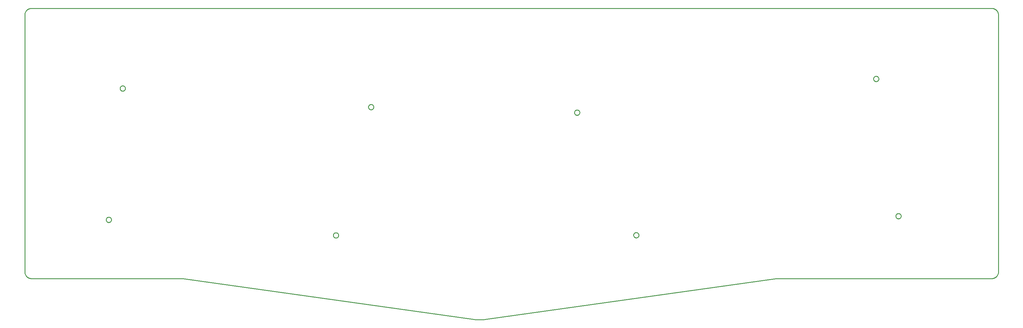
<source format=gbr>
%TF.GenerationSoftware,KiCad,Pcbnew,(5.99.0-9176-ga1730d51ff)*%
%TF.CreationDate,2021-11-18T22:53:36-06:00*%
%TF.ProjectId,Base,42617365-2e6b-4696-9361-645f70636258,rev?*%
%TF.SameCoordinates,Original*%
%TF.FileFunction,Profile,NP*%
%FSLAX46Y46*%
G04 Gerber Fmt 4.6, Leading zero omitted, Abs format (unit mm)*
G04 Created by KiCad (PCBNEW (5.99.0-9176-ga1730d51ff)) date 2021-11-18 22:53:36*
%MOMM*%
%LPD*%
G01*
G04 APERTURE LIST*
%TA.AperFunction,Profile*%
%ADD10C,0.264583*%
%TD*%
G04 APERTURE END LIST*
D10*
X243454851Y-91384787D02*
X243403221Y-91389817D01*
X242789158Y-91829253D02*
X242778065Y-91852690D01*
X106222961Y-84167840D02*
X106222961Y-84167840D01*
X102341540Y-124387791D02*
X102320110Y-124340550D01*
X101706063Y-125489249D02*
X101757354Y-125480865D01*
X242903919Y-91657046D02*
X242887143Y-91676915D01*
X100813477Y-124563052D02*
X100809584Y-124589109D01*
X100845362Y-124436405D02*
X100837364Y-124461189D01*
X101157106Y-124029929D02*
X101135318Y-124045063D01*
X262221100Y-129361901D02*
X262219370Y-129308552D01*
X78172226Y-60570000D02*
X194500000Y-60570000D01*
X76195272Y-62265393D02*
X76212860Y-62166905D01*
X105050290Y-84652384D02*
X105043902Y-84677731D01*
X105822740Y-84060540D02*
X105770943Y-84062217D01*
X102048137Y-124029929D02*
X102002838Y-124001702D01*
X100863716Y-124387783D02*
X100854149Y-124411930D01*
X261317626Y-128567857D02*
X261266336Y-128576239D01*
X244295834Y-92316013D02*
X244299728Y-92289958D01*
X101202407Y-124001702D02*
X101179472Y-124015470D01*
X102320122Y-125049807D02*
X102331216Y-125026370D01*
X340135172Y-123897711D02*
X340156605Y-123944953D01*
X106618855Y-84941132D02*
X106621033Y-84914695D01*
X244109392Y-92710722D02*
X244126170Y-92690853D01*
X76329398Y-61791486D02*
X76369449Y-61702894D01*
X244245572Y-91876499D02*
X244224142Y-91829258D01*
X169726221Y-129041977D02*
X169714381Y-129065032D01*
X370570861Y-61155816D02*
X370639248Y-61227679D01*
X340254583Y-123083364D02*
X340238479Y-123103743D01*
X169653018Y-129236099D02*
X169647451Y-129261701D01*
X333324616Y-81825778D02*
X333320723Y-81851835D01*
X243251057Y-92942743D02*
X243301170Y-92957835D01*
X341459397Y-124136512D02*
X341476838Y-124117171D01*
X106458345Y-84374710D02*
X106425463Y-84334462D01*
X244073859Y-92748856D02*
X244091952Y-92730062D01*
X171160459Y-129750857D02*
X171170794Y-129727056D01*
X333646469Y-81307789D02*
X333625270Y-81323578D01*
X181883390Y-90458815D02*
X181878168Y-90406114D01*
X244199722Y-91783547D02*
X244172397Y-91739511D01*
X341646569Y-123381431D02*
X341631369Y-123331571D01*
X214777211Y-155002003D02*
X214359118Y-155023899D01*
X242871061Y-92670471D02*
X242903942Y-92710720D01*
X181881214Y-90591980D02*
X181883392Y-90565544D01*
X181687838Y-91038999D02*
X181704615Y-91019131D01*
X171180361Y-129702909D02*
X171189149Y-129678435D01*
X170226385Y-130193614D02*
X170277170Y-130205352D01*
X244306671Y-92183923D02*
X244306671Y-92183923D01*
X333341305Y-81748989D02*
X333334918Y-81774337D01*
X369156646Y-60570000D02*
X369156646Y-60570000D01*
X341319626Y-124255579D02*
X341341415Y-124240446D01*
X105293688Y-85462160D02*
X105334274Y-85495630D01*
X369922016Y-60722249D02*
X370011216Y-60761773D01*
X333668257Y-81292655D02*
X333646469Y-81307789D01*
X106175899Y-85579921D02*
X106222976Y-85554772D01*
X169631881Y-129419640D02*
X169633608Y-129472995D01*
X181573604Y-89877830D02*
X181530620Y-89846910D01*
X340084913Y-123458204D02*
X340081018Y-123484260D01*
X180596633Y-91146479D02*
X180639619Y-91177398D01*
X76212871Y-140922313D02*
X76195281Y-140823825D01*
X262160003Y-129669301D02*
X262169570Y-129645154D01*
X333760667Y-82676509D02*
X333808923Y-82698304D01*
X334514007Y-82651360D02*
X334536944Y-82637595D01*
X100830177Y-124904064D02*
X100845376Y-124953928D01*
X77484568Y-142397862D02*
X77393746Y-142362052D01*
X262040583Y-129868878D02*
X262056686Y-129848499D01*
X334680963Y-81392929D02*
X334642859Y-81357051D01*
X243018132Y-91549561D02*
X242997536Y-91565988D01*
X76569555Y-61373345D02*
X76628928Y-61297791D01*
X76413631Y-141472554D02*
X76369463Y-141386319D01*
X102238221Y-124208587D02*
X102205340Y-124168339D01*
X106268276Y-85526550D02*
X106290062Y-85511418D01*
X244255156Y-92467131D02*
X244263945Y-92442656D01*
X341129694Y-122831474D02*
X341079584Y-122816382D01*
X106351844Y-85462160D02*
X106371210Y-85444514D01*
X180346198Y-90204754D02*
X180336632Y-90228901D01*
X101249513Y-125413788D02*
X101297768Y-125435588D01*
X370820619Y-61460425D02*
X370872920Y-61543179D01*
X102359907Y-124953948D02*
X102367906Y-124929164D01*
X261116174Y-128621506D02*
X261067918Y-128643302D01*
X334831268Y-81603276D02*
X334806850Y-81557564D01*
X77867633Y-60593015D02*
X77967724Y-60580296D01*
X78172210Y-60569970D02*
X78172210Y-60569970D01*
X260975539Y-128696672D02*
X260953750Y-128711804D01*
X171097611Y-128975290D02*
X171067467Y-128933075D01*
X76975590Y-60967304D02*
X77054002Y-60911543D01*
X105770967Y-85660395D02*
X105822763Y-85662072D01*
X333365289Y-81674656D02*
X333356501Y-81699131D01*
X242708364Y-92237216D02*
X242713587Y-92289917D01*
X260622787Y-129415230D02*
X260628007Y-129467935D01*
X102205340Y-124168339D02*
X102169807Y-124130203D01*
X105023186Y-84834516D02*
X105022766Y-84861260D01*
X244245589Y-92491277D02*
X244255156Y-92467131D01*
X171231872Y-129419701D02*
X171231872Y-129419701D01*
X261165441Y-128603064D02*
X261116174Y-128621506D01*
X213940643Y-155031197D02*
X213522168Y-155023899D01*
X100818212Y-124537214D02*
X100813477Y-124563052D01*
X341274322Y-124283807D02*
X341274322Y-124283807D01*
X76262156Y-141113980D02*
X76235204Y-141019073D01*
X243906891Y-92877343D02*
X243929824Y-92863578D01*
X261421081Y-130162682D02*
X261472878Y-130161006D01*
X369842011Y-142397846D02*
X369749085Y-142429291D01*
X244263945Y-92442656D02*
X244271944Y-92417873D01*
X370634755Y-141863966D02*
X370568535Y-141933423D01*
X244073833Y-91618912D02*
X244035730Y-91583034D01*
X262186358Y-129595896D02*
X262193558Y-129570821D01*
X181764883Y-90934739D02*
X181778186Y-90912503D01*
X333408123Y-81580215D02*
X333396283Y-81603270D01*
X333341310Y-82166790D02*
X333356509Y-82216654D01*
X106615809Y-84755246D02*
X106607177Y-84703349D01*
X100845376Y-124953928D02*
X100863732Y-125002554D01*
X334716498Y-81431065D02*
X334680963Y-81392929D01*
X169738819Y-129819997D02*
X169766142Y-129864034D01*
X180419363Y-90067771D02*
X180405345Y-90089570D01*
X340125595Y-123307087D02*
X340116806Y-123331561D01*
X340116814Y-123849084D02*
X340135172Y-123897711D01*
X261821258Y-128668450D02*
X261774183Y-128643302D01*
X334913368Y-81984684D02*
X334913788Y-81957940D01*
X181885116Y-90512200D02*
X181885116Y-90512170D01*
X105255558Y-84296327D02*
X105237465Y-84315121D01*
X100909580Y-125095509D02*
X100936903Y-125139547D01*
X333356501Y-81699131D02*
X333348503Y-81723914D01*
X169659405Y-129210751D02*
X169653018Y-129236099D01*
X242813591Y-92584218D02*
X242840915Y-92628255D01*
X242749374Y-91925113D02*
X242741375Y-91949897D01*
X261215582Y-130135857D02*
X261266366Y-130147593D01*
X106389930Y-84296327D02*
X106351829Y-84260452D01*
X100830166Y-124486264D02*
X100823779Y-124511611D01*
X333546580Y-81392928D02*
X333528487Y-81411723D01*
X102295704Y-125095517D02*
X102308281Y-125072862D01*
X260853861Y-128796937D02*
X260835768Y-128815731D01*
X243811529Y-91443467D02*
X243762262Y-91425025D01*
X333420715Y-82358235D02*
X333448040Y-82402273D01*
X101808139Y-125469126D02*
X101858250Y-125454034D01*
X340520982Y-124308955D02*
X340569238Y-124330750D01*
X181704615Y-91019131D02*
X181720719Y-90998752D01*
X261020874Y-130055382D02*
X261067949Y-130080531D01*
X334602270Y-81323578D02*
X334559281Y-81292655D01*
X105313646Y-84243407D02*
X105293659Y-84260452D01*
X340156592Y-123235701D02*
X340145499Y-123259139D01*
X180367625Y-90157515D02*
X180356533Y-90180953D01*
X77867650Y-142496175D02*
X77769161Y-142478587D01*
X340618505Y-124349192D02*
X340668615Y-124364281D01*
X171170794Y-129727056D02*
X171180361Y-129702909D01*
X369257276Y-142516614D02*
X369154358Y-142519219D01*
X181869544Y-90670128D02*
X181874280Y-90644291D01*
X169829168Y-129946498D02*
X169864701Y-129984634D01*
X260715404Y-128984222D02*
X260703564Y-129007277D01*
X261472878Y-130161006D02*
X261524506Y-130155976D01*
X369932831Y-142362035D02*
X369842011Y-142397846D01*
X180517945Y-91077132D02*
X180556047Y-91113008D01*
X243859785Y-91465262D02*
X243811529Y-91443467D01*
X261725958Y-130102326D02*
X261774214Y-130080531D01*
X105334244Y-84226981D02*
X105313646Y-84243407D01*
X105038335Y-84703332D02*
X105033600Y-84729170D01*
X102402213Y-124721958D02*
X102402633Y-124695214D01*
X333434003Y-81535325D02*
X333420700Y-81557561D01*
X242717481Y-92051761D02*
X242713586Y-92077818D01*
X334513977Y-81264428D02*
X334466902Y-81239280D01*
X181438258Y-91230769D02*
X181485336Y-91205621D01*
X169864674Y-128854690D02*
X169846581Y-128873484D01*
X101397144Y-125469126D02*
X101447928Y-125480865D01*
X262138561Y-129007283D02*
X262114139Y-128961571D01*
X341362614Y-124224656D02*
X341383213Y-124208229D01*
X77305154Y-142322001D02*
X77218919Y-142277834D01*
X105469636Y-85579921D02*
X105517891Y-85601716D01*
X244291079Y-92025938D02*
X244279125Y-91974985D01*
X106222976Y-85554772D02*
X106245910Y-85541007D01*
X102395690Y-124801249D02*
X102398731Y-124774994D01*
X102400907Y-124641829D02*
X102395685Y-124589130D01*
X243201755Y-91443467D02*
X243153495Y-91465262D01*
X243952190Y-92849121D02*
X243973976Y-92833989D01*
X243454881Y-92982989D02*
X243506679Y-92984666D01*
X371064385Y-141113982D02*
X371032943Y-141206905D01*
X105050301Y-85070189D02*
X105065499Y-85120056D01*
X105422561Y-85554772D02*
X105422561Y-85554772D01*
X243061146Y-92849121D02*
X243106445Y-92877343D01*
X244306640Y-92183892D02*
X244304921Y-92130538D01*
X242789170Y-92538505D02*
X242813591Y-92584218D01*
X171051378Y-129926632D02*
X171067481Y-129906253D01*
X261821258Y-128668450D02*
X261821258Y-128668450D01*
X370964879Y-61715461D02*
X371004402Y-61804662D01*
X340168433Y-123212646D02*
X340156592Y-123235701D01*
X370697613Y-141791399D02*
X370634755Y-141863966D01*
X106331857Y-85479205D02*
X106351844Y-85462160D01*
X100922862Y-124272599D02*
X100909559Y-124294835D01*
X244299706Y-92077838D02*
X244291079Y-92025938D01*
X260818365Y-129888745D02*
X260853900Y-129926881D01*
X242722221Y-92341818D02*
X242734180Y-92392773D01*
X333478187Y-82444488D02*
X333511070Y-82484737D01*
X261774183Y-128643302D02*
X261725928Y-128621506D01*
X76172226Y-62569970D02*
X76174829Y-62467052D01*
X260663796Y-129620660D02*
X260682154Y-129669287D01*
X371154188Y-62470858D02*
X371156646Y-62570031D01*
X334764822Y-82423621D02*
X334779547Y-82402278D01*
X333625270Y-81323578D02*
X333604671Y-81340005D01*
X371039529Y-61895682D02*
X371070193Y-61988360D01*
X261020843Y-128668450D02*
X261020843Y-128668450D01*
X124074173Y-142519219D02*
X124074173Y-142519219D01*
X105129703Y-85261643D02*
X105157027Y-85305682D01*
X261844225Y-130041615D02*
X261866593Y-130027155D01*
X101447928Y-125480865D02*
X101499217Y-125489249D01*
X169642716Y-129287540D02*
X169638823Y-129313596D01*
X242767739Y-92491262D02*
X242789170Y-92538505D01*
X170328434Y-128625596D02*
X170277143Y-128633979D01*
X333546606Y-82522872D02*
X333584710Y-82558748D01*
X102308281Y-125072862D02*
X102320122Y-125049807D01*
X262086831Y-129806285D02*
X262100851Y-129784486D01*
X100863732Y-125002554D02*
X100885161Y-125049796D01*
X243061116Y-91518638D02*
X243039329Y-91533771D01*
X244306671Y-92183923D02*
X244306640Y-92183892D01*
X100951604Y-124229456D02*
X100936880Y-124250800D01*
X105719315Y-84067246D02*
X105668024Y-84075629D01*
X180449531Y-90998747D02*
X180482412Y-91038996D01*
X180367644Y-90866777D02*
X180392063Y-90912492D01*
X180684921Y-91205621D02*
X180731996Y-91230769D01*
X340822318Y-124389430D02*
X340874115Y-124391106D01*
X106351829Y-84260452D02*
X106311244Y-84226981D01*
X334906846Y-82063975D02*
X334909886Y-82037720D01*
X101347005Y-123936316D02*
X101297738Y-123954758D01*
X262114154Y-129762250D02*
X262126732Y-129739595D01*
X371156646Y-62570031D02*
X371154297Y-140519280D01*
X169902803Y-130020510D02*
X169943389Y-130053980D01*
X334913757Y-81957909D02*
X334912038Y-81904555D01*
X169633605Y-129366292D02*
X169632301Y-129392893D01*
X341672378Y-123536976D02*
X341667158Y-123484280D01*
X340081018Y-123484260D02*
X340077975Y-123510515D01*
X242707057Y-92157115D02*
X242706634Y-92183861D01*
X243712152Y-91409936D02*
X243661366Y-91398200D01*
X370764195Y-61380147D02*
X370820619Y-61460425D01*
X170126978Y-128679246D02*
X170078722Y-128701041D01*
X370912918Y-141472544D02*
X370864763Y-141556295D01*
X169714381Y-129065032D02*
X169703289Y-129088469D01*
X181842380Y-90253395D02*
X181824023Y-90204769D01*
X341129725Y-124349192D02*
X341178992Y-124330750D01*
X105043902Y-84677731D02*
X105038335Y-84703332D01*
X261165471Y-130120768D02*
X261215582Y-130135857D01*
X340075795Y-123643654D02*
X340081019Y-123696359D01*
X333320724Y-82063934D02*
X333329354Y-82115835D01*
X243106414Y-91490411D02*
X243106414Y-91490411D01*
X261821289Y-130055382D02*
X261821289Y-130055382D01*
X243762293Y-92942743D02*
X243811560Y-92924297D01*
X244015771Y-92801776D02*
X244035758Y-92784731D01*
X341553881Y-124012910D02*
X341567184Y-123990674D01*
X105024492Y-84914620D02*
X105029713Y-84967325D01*
X101054169Y-124111973D02*
X101035435Y-124130203D01*
X105083855Y-85168684D02*
X105105285Y-85215929D01*
X242826879Y-91761307D02*
X242813575Y-91783543D01*
X76369463Y-141386319D02*
X76329411Y-141297728D01*
X243153495Y-91465262D02*
X243106414Y-91490411D01*
X171204337Y-129210764D02*
X171189139Y-129160902D01*
X261524475Y-128567857D02*
X261472847Y-128562827D01*
X181239837Y-91297831D02*
X181290622Y-91286095D01*
X242813575Y-91783543D02*
X242800998Y-91806198D01*
X262217191Y-129441719D02*
X262219370Y-129415280D01*
X369458933Y-142496167D02*
X369358843Y-142508888D01*
X340116806Y-123331561D02*
X340108807Y-123356344D01*
X100896982Y-124317489D02*
X100885143Y-124340545D01*
X341631382Y-123849104D02*
X341639380Y-123824320D01*
X370498998Y-61087424D02*
X370570861Y-61155816D01*
X214359118Y-155023899D02*
X213940643Y-155031197D01*
X370191406Y-142229658D02*
X370107655Y-142277815D01*
X244109368Y-91657047D02*
X244073833Y-91618912D01*
X243403251Y-92977958D02*
X243454881Y-92982989D01*
X261020874Y-130055382D02*
X261020874Y-130055382D01*
X169964557Y-128769550D02*
X169943359Y-128785340D01*
X76513795Y-61451758D02*
X76569555Y-61373345D01*
X334886264Y-82166816D02*
X334892651Y-82141469D01*
X334061973Y-81158805D02*
X334010345Y-81163834D01*
X102375096Y-124486276D02*
X102359897Y-124436415D01*
X260953750Y-128711804D02*
X260932551Y-128727592D01*
X369830995Y-60687120D02*
X369922016Y-60722249D01*
X180617801Y-89862042D02*
X180596603Y-89877830D01*
X370424167Y-61022952D02*
X370498998Y-61087424D01*
X303806945Y-142519219D02*
X215610717Y-154914422D01*
X180300695Y-90354181D02*
X180295960Y-90380018D01*
X170637366Y-128645715D02*
X170586581Y-128633979D01*
X106425478Y-85388151D02*
X106442255Y-85368282D01*
X341658527Y-123432383D02*
X341646569Y-123381431D01*
X106028244Y-84087365D02*
X105977458Y-84075629D01*
X181824023Y-90204769D02*
X181802592Y-90157526D01*
X334642886Y-82558748D02*
X334662254Y-82541102D01*
X101955775Y-125413788D02*
X102002853Y-125388634D01*
X105874559Y-85660395D02*
X105926186Y-85655366D01*
X261369254Y-128562827D02*
X261317626Y-128567857D01*
X171034601Y-129946500D02*
X171051378Y-129926632D01*
X334852696Y-81650516D02*
X334831268Y-81603276D01*
X340364986Y-122972441D02*
X340344997Y-122989486D01*
X244035730Y-91583034D02*
X243995145Y-91549561D01*
X106571242Y-85144560D02*
X106580030Y-85120086D01*
X334842379Y-82289096D02*
X334852714Y-82265295D01*
X170031646Y-128726189D02*
X170008711Y-128739957D01*
X194500000Y-60570000D02*
X233000000Y-60570000D01*
X102395685Y-124589130D02*
X102387054Y-124537230D01*
X262056686Y-129848499D02*
X262072106Y-129827628D01*
X170960950Y-128818813D02*
X170920364Y-128785340D01*
X181736138Y-90977882D02*
X181750863Y-90956538D01*
X341319591Y-122925096D02*
X341274292Y-122896874D01*
X77393727Y-60727142D02*
X77484549Y-60691331D01*
X340345025Y-124191183D02*
X340385614Y-124224656D01*
X243506679Y-92984666D02*
X243558477Y-92982989D01*
X371146859Y-62372357D02*
X371154188Y-62470858D01*
X370872920Y-61543179D02*
X370921029Y-61628246D01*
X180639619Y-91177398D02*
X180684921Y-91205621D01*
X370011216Y-60761773D02*
X370098432Y-60805625D01*
X261866593Y-130027155D02*
X261888382Y-130012022D01*
X340194315Y-123167756D02*
X340181011Y-123189992D01*
X77218901Y-60811362D02*
X77305136Y-60767194D01*
X244224142Y-91829258D02*
X244199722Y-91783547D01*
X341178961Y-122849921D02*
X341129694Y-122831474D01*
X244055125Y-92767085D02*
X244073859Y-92748856D01*
X100936880Y-124250800D02*
X100922862Y-124272599D01*
X333314201Y-81931132D02*
X333313781Y-81957879D01*
X334913788Y-81957940D02*
X334913757Y-81957909D01*
X76758028Y-141933442D02*
X76691805Y-141863984D01*
X102381493Y-124878743D02*
X102387061Y-124853142D01*
X181874280Y-90644291D02*
X181878173Y-90618235D01*
X215194538Y-154965511D02*
X214777211Y-155002003D01*
X102091121Y-124060852D02*
X102048137Y-124029929D01*
X369354320Y-60579788D02*
X369451984Y-60591920D01*
X243506649Y-91383111D02*
X243454851Y-91384787D01*
X334559281Y-81292655D02*
X334513977Y-81264428D01*
X170176245Y-128660804D02*
X170126978Y-128679246D01*
X370426512Y-142062504D02*
X370350960Y-142121876D01*
X371113666Y-140922324D02*
X371091334Y-141019080D01*
X105065499Y-85120056D02*
X105083855Y-85168684D01*
X181687823Y-89985311D02*
X181652290Y-89947176D01*
X340306894Y-123025361D02*
X340288801Y-123044155D01*
X181750849Y-90067776D02*
X181720704Y-90025560D01*
X171216294Y-129261717D02*
X171204337Y-129210764D01*
X262193558Y-129570821D02*
X262199947Y-129545473D01*
X243661397Y-92969573D02*
X243712182Y-92957835D01*
X340770690Y-124384400D02*
X340822318Y-124389430D01*
X334466902Y-81239280D02*
X334418646Y-81217484D01*
X340074066Y-123590295D02*
X340075795Y-123643654D01*
X340770660Y-122796259D02*
X340719369Y-122804644D01*
X105926186Y-85655366D02*
X105977477Y-85646983D01*
X334217194Y-81163834D02*
X334165566Y-81158805D01*
X169943359Y-128785340D02*
X169922762Y-128801767D01*
X260636638Y-129519838D02*
X260648596Y-129570795D01*
X243558446Y-91384787D02*
X243506649Y-91383111D01*
X370639248Y-61227679D02*
X370703715Y-61302511D01*
X181485321Y-89818688D02*
X181438243Y-89793540D01*
X170960965Y-130020510D02*
X170980332Y-130002864D01*
X262072106Y-129827628D02*
X262086831Y-129806285D01*
X260621063Y-129361871D02*
X260621063Y-129361871D01*
X170031677Y-130113122D02*
X170078752Y-130138276D01*
X180596603Y-89877830D02*
X180576006Y-89894255D01*
X261930180Y-129979805D02*
X261950168Y-129962759D01*
X105129682Y-84460957D02*
X105117106Y-84483612D01*
X100837364Y-124461189D02*
X100830166Y-124486264D01*
X170832092Y-130113122D02*
X170832092Y-130113122D01*
X244285531Y-92367452D02*
X244291098Y-92341850D01*
X180731996Y-91230769D02*
X180780251Y-91252564D01*
X244035758Y-92784731D02*
X244055125Y-92767085D01*
X78172226Y-142519219D02*
X78172226Y-142519219D01*
X260672570Y-129078662D02*
X260663783Y-129103137D01*
X180499825Y-89965969D02*
X180482385Y-89985310D01*
X341622595Y-123873578D02*
X341631382Y-123849104D01*
X242939450Y-91618911D02*
X242921358Y-91637706D01*
X169796262Y-128933073D02*
X169780843Y-128953943D01*
X333315505Y-81904530D02*
X333314201Y-81931132D01*
X77769161Y-142478587D02*
X77672401Y-142456255D01*
X340101607Y-123381418D02*
X340095218Y-123406765D01*
X260622787Y-129308527D02*
X260621483Y-129335126D01*
X262006364Y-129908087D02*
X262023805Y-129888747D01*
X102295690Y-124294839D02*
X102268366Y-124250802D01*
X242749381Y-92442637D02*
X242767739Y-92491262D01*
X334268515Y-82743571D02*
X334319299Y-82731835D01*
X181530635Y-91177398D02*
X181552422Y-91162267D01*
X105617267Y-85635247D02*
X105668051Y-85646983D01*
X371032943Y-141206905D02*
X370997134Y-141297724D01*
X260770028Y-128896189D02*
X260755304Y-128917533D01*
X76235204Y-141019073D02*
X76212871Y-140922313D01*
X370021421Y-142321983D02*
X369932831Y-142362035D01*
X102320110Y-124340550D02*
X102295690Y-124294839D01*
X260932589Y-129996232D02*
X260975574Y-130027155D01*
X333348503Y-81723914D02*
X333341305Y-81748989D01*
X341670201Y-123670143D02*
X341672379Y-123643704D01*
X101550820Y-123896079D02*
X101499192Y-123901108D01*
X171230148Y-129473045D02*
X171231452Y-129446446D01*
X76262144Y-61975237D02*
X76293587Y-61882309D01*
X260785481Y-129848496D02*
X260818365Y-129888745D01*
X369255820Y-60572459D02*
X369354320Y-60579788D01*
X244299728Y-92289958D02*
X244302769Y-92263703D01*
X181614189Y-89911300D02*
X181573604Y-89877830D01*
X169638829Y-129525695D02*
X169647460Y-129577596D01*
X102205355Y-125222013D02*
X102222132Y-125202144D01*
X106078356Y-84102454D02*
X106028244Y-84087365D01*
X370812743Y-141637438D02*
X370756985Y-141715848D01*
X244279125Y-91974985D02*
X244263928Y-91925123D01*
X333908300Y-82731835D02*
X333959085Y-82743571D01*
X340306920Y-124155305D02*
X340345025Y-124191183D01*
X261266366Y-130147593D02*
X261317657Y-130155976D01*
X169674601Y-129160892D02*
X169666603Y-129185676D01*
X170980332Y-130002864D02*
X170999067Y-129984635D01*
X76900037Y-61026678D02*
X76975590Y-60967304D01*
X180879627Y-91286095D02*
X180930410Y-91297831D01*
X180379465Y-90134460D02*
X180367625Y-90157515D01*
X101114150Y-125329493D02*
X101157136Y-125360412D01*
X76569571Y-141715864D02*
X76513810Y-141637452D01*
X171230146Y-129366317D02*
X171224925Y-129313617D01*
X180981700Y-91306214D02*
X181033327Y-91311244D01*
X100874050Y-124363982D02*
X100863716Y-124387783D01*
X242706634Y-92183861D02*
X242708364Y-92237216D01*
X333959054Y-81172217D02*
X333908270Y-81183953D01*
X170877378Y-128754417D02*
X170832077Y-128726189D01*
X102151087Y-125278376D02*
X102169822Y-125260147D01*
X341079614Y-124364281D02*
X341129725Y-124349192D01*
X340428572Y-122925096D02*
X340406784Y-122940228D01*
X333313781Y-81957879D02*
X333313781Y-81957879D01*
X260975574Y-130027155D02*
X261020874Y-130055382D01*
X76461774Y-61532904D02*
X76513795Y-61451758D01*
X260682154Y-129669287D02*
X260703587Y-129716529D01*
X260624964Y-129282090D02*
X260622787Y-129308527D01*
X76758011Y-61155762D02*
X76827469Y-61089539D01*
X341274292Y-122896874D02*
X341227217Y-122871720D01*
X340288801Y-123044155D02*
X340271360Y-123063496D01*
X102002853Y-125388634D02*
X102002853Y-125388634D01*
X105065485Y-84602526D02*
X105057487Y-84627310D01*
X261866563Y-128696672D02*
X261821258Y-128668450D01*
X340406784Y-122940228D02*
X340385585Y-122956016D01*
X244271944Y-92417873D02*
X244279143Y-92392799D01*
X102375105Y-124904090D02*
X102381493Y-124878743D01*
X102253655Y-125160896D02*
X102268380Y-125139552D01*
X334699082Y-82504079D02*
X334716523Y-82484739D01*
X102341551Y-125002569D02*
X102351119Y-124978422D01*
X170832092Y-130113122D02*
X170855027Y-130099357D01*
X262199947Y-129545473D02*
X262205516Y-129519871D01*
X181720704Y-90025560D02*
X181687823Y-89985311D01*
X171149366Y-129774295D02*
X171160459Y-129750857D01*
X340108807Y-123356344D02*
X340101607Y-123381418D01*
X340156605Y-123944953D02*
X340181026Y-123990666D01*
X334418677Y-82698304D02*
X334466932Y-82676509D01*
X370499078Y-141999644D02*
X370426512Y-142062504D01*
X340095218Y-123406765D02*
X340089650Y-123432367D01*
X105024489Y-84807916D02*
X105023186Y-84834516D01*
X170877394Y-130084900D02*
X170899181Y-130069768D01*
X181239818Y-89726477D02*
X181188526Y-89718095D01*
X180434087Y-90046427D02*
X180419363Y-90067771D01*
X102402633Y-124695214D02*
X102402633Y-124695184D01*
X106290062Y-85511418D02*
X106311260Y-85495631D01*
X261575796Y-130147593D02*
X261626581Y-130135857D01*
X170127007Y-130160075D02*
X170176275Y-130178522D01*
X170277143Y-128633979D02*
X170226357Y-128645715D01*
X105142985Y-84438721D02*
X105129682Y-84460957D01*
X105377260Y-85526550D02*
X105422561Y-85554772D01*
X244091952Y-92730062D02*
X244109392Y-92710722D01*
X181883392Y-90565544D02*
X181884696Y-90538944D01*
X102402633Y-124695184D02*
X102400907Y-124641829D01*
X181878168Y-90406114D02*
X181869537Y-90354213D01*
X334779547Y-82402278D02*
X334793566Y-82380479D01*
X243661366Y-91398200D02*
X243610075Y-91389817D01*
X102402633Y-124695214D02*
X102402633Y-124695214D01*
X341341415Y-124240446D02*
X341362614Y-124224656D01*
X333374855Y-81650509D02*
X333365289Y-81674656D01*
X102391797Y-124827304D02*
X102395690Y-124801249D01*
X105874537Y-84062217D02*
X105822740Y-84060540D01*
X341178992Y-124330750D02*
X341227247Y-124308955D01*
X242903942Y-92710720D02*
X242939476Y-92748855D01*
X261774214Y-130080531D02*
X261821289Y-130055382D01*
X105038344Y-85019230D02*
X105050301Y-85070189D01*
X260648587Y-129152994D02*
X260642199Y-129178341D01*
X233000000Y-60570000D02*
X233000000Y-60570000D01*
X340238500Y-124076920D02*
X340271384Y-124117169D01*
X262219370Y-129415280D02*
X262220677Y-129388679D01*
X180482385Y-89985310D02*
X180465609Y-90005178D01*
X370107655Y-142277815D02*
X370021421Y-142321983D01*
X180780221Y-89771744D02*
X180731965Y-89793540D01*
X102131706Y-124094326D02*
X102091121Y-124060852D01*
X341591601Y-123944964D02*
X341602694Y-123921527D01*
X341274292Y-122896874D02*
X341274292Y-122896874D01*
X171137525Y-129797350D02*
X171149366Y-129774295D01*
X341227247Y-124308955D02*
X341274322Y-124283807D01*
X102169822Y-125260147D02*
X102187915Y-125241353D01*
X371154297Y-140519280D02*
X371154297Y-140519280D01*
X260628007Y-129467935D02*
X260636638Y-129519838D01*
X243859815Y-92902497D02*
X243906891Y-92877343D01*
X101858233Y-123936316D02*
X101808121Y-123921227D01*
X102238236Y-125181766D02*
X102253655Y-125160896D01*
X244304921Y-92130538D02*
X244299706Y-92077838D01*
X78069307Y-142516617D02*
X77967740Y-142508894D01*
X102002838Y-124001702D02*
X101955760Y-123976554D01*
X334871067Y-82216674D02*
X334879065Y-82191890D01*
X341639380Y-123824320D02*
X341646578Y-123799245D01*
X242939476Y-92748855D02*
X242977577Y-92784731D01*
X76628928Y-61297791D02*
X76691789Y-61225222D01*
X181136919Y-91311244D02*
X181188546Y-91306214D01*
X101706043Y-123901108D02*
X101654414Y-123896079D01*
X369548648Y-60608787D02*
X369644147Y-60630321D01*
X77577477Y-60659887D02*
X77672384Y-60632936D01*
X242706634Y-92183861D02*
X242706634Y-92183861D01*
X181857588Y-90721076D02*
X181863976Y-90695729D01*
X243301170Y-92957835D02*
X243351958Y-92969573D01*
X333713562Y-81264428D02*
X333690625Y-81278195D01*
X333315505Y-82011233D02*
X333320724Y-82063934D01*
X371156646Y-62570031D02*
X371156646Y-62570031D01*
X243712182Y-92957835D02*
X243762293Y-92942743D01*
X169864701Y-129984634D02*
X169902803Y-130020510D01*
X334369410Y-82716746D02*
X334418677Y-82698304D01*
X180319847Y-90278158D02*
X180312649Y-90303232D01*
X181340716Y-89753302D02*
X181290604Y-89738213D01*
X106371210Y-85444514D02*
X106389945Y-85426285D01*
X101297738Y-123954758D02*
X101249483Y-123976554D01*
X260755304Y-128917533D02*
X260741284Y-128939332D01*
X170999067Y-129984635D02*
X171017160Y-129965841D01*
X106245910Y-85541007D02*
X106268276Y-85526550D01*
X261626581Y-130135857D02*
X261676691Y-130120768D01*
X180684890Y-89818688D02*
X180684890Y-89818688D01*
X101602640Y-125495957D02*
X101654436Y-125494280D01*
X105355442Y-84211194D02*
X105334244Y-84226981D01*
X371070193Y-61988360D02*
X371096326Y-62082530D01*
X106311244Y-84226981D02*
X106268260Y-84196062D01*
X76182553Y-62365484D02*
X76195272Y-62265393D01*
X340719369Y-122804644D02*
X340668584Y-122816382D01*
X181813699Y-90843356D02*
X181824034Y-90819555D01*
X169714400Y-129774284D02*
X169738819Y-129819997D01*
X333690625Y-81278195D02*
X333668257Y-81292655D01*
X371004402Y-61804662D02*
X371039529Y-61895682D01*
X180292073Y-90618174D02*
X180300704Y-90670079D01*
X180465609Y-90005178D02*
X180449506Y-90025557D01*
X169846581Y-128873484D02*
X169829141Y-128892825D01*
X262221100Y-129361932D02*
X262221100Y-129361932D01*
X340385585Y-122956016D02*
X340364986Y-122972441D01*
X340668584Y-122816382D02*
X340618474Y-122831474D01*
X105822763Y-85662072D02*
X105874559Y-85660395D01*
X181340733Y-91271006D02*
X181390001Y-91252564D01*
X261369285Y-130161006D02*
X261421081Y-130162682D01*
X244172417Y-92628260D02*
X244186437Y-92606461D01*
X260818328Y-128835072D02*
X260801551Y-128854940D01*
X242708363Y-92130513D02*
X242707057Y-92157115D01*
X105022766Y-84861260D02*
X105022766Y-84861260D01*
X340223059Y-123124613D02*
X340208334Y-123145957D01*
X242734180Y-92392773D02*
X242749381Y-92442637D01*
X106502523Y-85283891D02*
X106515827Y-85261655D01*
X181720719Y-90998752D02*
X181736138Y-90977882D01*
X181290622Y-91286095D02*
X181340733Y-91271006D01*
X101757335Y-123909491D02*
X101706043Y-123901108D01*
X340271384Y-124117169D02*
X340306920Y-124155305D01*
X169647460Y-129577596D02*
X169659416Y-129628552D01*
X334852714Y-82265295D02*
X334862280Y-82241148D01*
X334268484Y-81172217D02*
X334217194Y-81163834D01*
X333713562Y-81264428D02*
X333713562Y-81264428D01*
X340135163Y-123282940D02*
X340125595Y-123307087D01*
X181594217Y-91130054D02*
X181614204Y-91113009D01*
X261676691Y-130120768D02*
X261725958Y-130102326D01*
X340101612Y-123799219D02*
X340116814Y-123849084D01*
X243153525Y-92902497D02*
X243201786Y-92924297D01*
X340181011Y-123189992D02*
X340168433Y-123212646D01*
X105567158Y-85620158D02*
X105617267Y-85635247D01*
X169647451Y-129261701D02*
X169642716Y-129287540D01*
X106473778Y-85327033D02*
X106488503Y-85305689D01*
X181885116Y-90512200D02*
X181885116Y-90512200D01*
X181878173Y-90618235D02*
X181881214Y-90591980D01*
X333420700Y-81557561D02*
X333408123Y-81580215D01*
X242887143Y-91676915D02*
X242871040Y-91697294D01*
X333959085Y-82743571D02*
X334010375Y-82751954D01*
X369451984Y-60591920D02*
X369548648Y-60608787D01*
X340977539Y-124384400D02*
X341028830Y-124376017D01*
X243201786Y-92924297D02*
X243251057Y-92942743D01*
X333448040Y-82402273D02*
X333478187Y-82444488D01*
X105187146Y-84374708D02*
X105171728Y-84395579D01*
X334898198Y-81799956D02*
X334886246Y-81749002D01*
X261575766Y-128576239D02*
X261524475Y-128567857D01*
X76691789Y-61225222D02*
X76758011Y-61155762D01*
X242722218Y-92025922D02*
X242717481Y-92051761D01*
X105029713Y-84967325D02*
X105038344Y-85019230D01*
X106607177Y-84703349D02*
X106595220Y-84652397D01*
X260892003Y-129962759D02*
X260932589Y-129996232D01*
X370568535Y-141933423D02*
X370499078Y-141999644D01*
X244199741Y-92584225D02*
X244212319Y-92561571D01*
X371134727Y-62274693D02*
X371146859Y-62372357D01*
X101907502Y-123954758D02*
X101858233Y-123936316D01*
X105334274Y-85495630D02*
X105377260Y-85526550D01*
X334892651Y-82141469D02*
X334898218Y-82115868D01*
X334010375Y-82751954D02*
X334062003Y-82756984D01*
X333317683Y-81878092D02*
X333315505Y-81904530D01*
X180405345Y-90089570D02*
X180392042Y-90111806D01*
X242727786Y-92000320D02*
X242722218Y-92025922D01*
X100804366Y-124641804D02*
X100803062Y-124668406D01*
X76329411Y-141297728D02*
X76293600Y-141206906D01*
X76413616Y-61616658D02*
X76461774Y-61532904D01*
X371143971Y-140723755D02*
X371131253Y-140823840D01*
X243973976Y-92833989D02*
X243995174Y-92818201D01*
X334513977Y-81264428D02*
X334513977Y-81264428D01*
X261067918Y-128643302D02*
X261020843Y-128668450D01*
X341539831Y-123145959D02*
X341509684Y-123103744D01*
X340181026Y-123990666D02*
X340208353Y-124034704D01*
X181390001Y-91252564D02*
X181438258Y-91230769D01*
X77769144Y-60610603D02*
X77867633Y-60593015D01*
X101907518Y-125435588D02*
X101955775Y-125413788D01*
X333356509Y-82216654D02*
X333374865Y-82265280D01*
X102069939Y-125345281D02*
X102091136Y-125329493D01*
X341493615Y-124097302D02*
X341509718Y-124076923D01*
X77967740Y-142508894D02*
X77867650Y-142496175D01*
X334319269Y-81183953D02*
X334268484Y-81172217D01*
X180392063Y-90912492D02*
X180419386Y-90956530D01*
X242778065Y-91852690D02*
X242767730Y-91876492D01*
X341422568Y-124173536D02*
X341441304Y-124155306D01*
X77672384Y-60632936D02*
X77769144Y-60610603D01*
X334733300Y-82464870D02*
X334749403Y-82444492D01*
X370756985Y-141715848D02*
X370697613Y-141791399D01*
X181670398Y-91058340D02*
X181687838Y-91038999D01*
X180556018Y-89911300D02*
X180536652Y-89928946D01*
X78069291Y-60572572D02*
X78172210Y-60569970D01*
X77577495Y-142429305D02*
X77484568Y-142397862D01*
X243106414Y-91490411D02*
X243083481Y-91504178D01*
X170687494Y-130178522D02*
X170736761Y-130160075D01*
X262221100Y-129361932D02*
X262221100Y-129361901D01*
X106442255Y-85368282D02*
X106458359Y-85347904D01*
X180327859Y-90770904D02*
X180346215Y-90819533D01*
X106078373Y-85620158D02*
X106127641Y-85601716D01*
X77967724Y-60580296D02*
X78069291Y-60572572D01*
X180300704Y-90670079D02*
X180312660Y-90721038D01*
X369557420Y-142478577D02*
X369458933Y-142496167D01*
X334165596Y-82756984D02*
X334217224Y-82751954D01*
X340325630Y-123007132D02*
X340306894Y-123025361D01*
X340473877Y-122896874D02*
X340450940Y-122910639D01*
X76174829Y-62467052D02*
X76182553Y-62365484D01*
X261472847Y-128562827D02*
X261421051Y-128561150D01*
X170855027Y-130099357D02*
X170877394Y-130084900D01*
X101073564Y-125296022D02*
X101114150Y-125329493D01*
X171227971Y-129499481D02*
X171230148Y-129473045D01*
X341667158Y-123484280D02*
X341658527Y-123432383D01*
X105422531Y-84167840D02*
X105399596Y-84181605D01*
X170328460Y-130213737D02*
X170380088Y-130218768D01*
X371154297Y-140519280D02*
X371151694Y-140622193D01*
X334662254Y-82541102D02*
X334680989Y-82522873D01*
X262086813Y-128917535D02*
X262056665Y-128875320D01*
X333908270Y-81183953D02*
X333858159Y-81199042D01*
X106127641Y-85601716D02*
X106175899Y-85579921D01*
X243018162Y-92818201D02*
X243061146Y-92849121D01*
X181652305Y-91077133D02*
X181670398Y-91058340D01*
X105517861Y-84120896D02*
X105469606Y-84142691D01*
X341674102Y-123590325D02*
X341672378Y-123536976D01*
X169692954Y-129112270D02*
X169683388Y-129136417D01*
X181652290Y-89947176D02*
X181614189Y-89911300D01*
X212686748Y-154965511D02*
X212270569Y-154914422D01*
X243929824Y-92863578D02*
X243952190Y-92849121D01*
X180981674Y-89718095D02*
X180930383Y-89726477D01*
X105105266Y-84506667D02*
X105094173Y-84530104D01*
X170785017Y-130138276D02*
X170832092Y-130113122D01*
X181778186Y-90912503D02*
X181790764Y-90889848D01*
X102400909Y-124748558D02*
X102402213Y-124721958D01*
X106615814Y-84967387D02*
X106618855Y-84941132D01*
X334319299Y-82731835D02*
X334369410Y-82716746D01*
X170431884Y-130220444D02*
X170483681Y-130218768D01*
X170078722Y-128701041D02*
X170031646Y-128726189D01*
X105157027Y-85305682D02*
X105187171Y-85347899D01*
X106622757Y-84861352D02*
X106622757Y-84861291D01*
X333462746Y-81492182D02*
X333448022Y-81513526D01*
X243351958Y-92969573D02*
X243403251Y-92977958D01*
X341613011Y-123282947D02*
X341591579Y-123235707D01*
X105029707Y-84755225D02*
X105026667Y-84781480D01*
X334749381Y-81471313D02*
X334716498Y-81431065D01*
X100804369Y-124748507D02*
X100809590Y-124801208D01*
X370997134Y-141297724D02*
X370957084Y-141386312D01*
X340569238Y-124330750D02*
X340618505Y-124349192D01*
X340089650Y-123432367D02*
X340084913Y-123458204D01*
X261266336Y-128576239D02*
X261215551Y-128587975D01*
X170078752Y-130138276D02*
X170127007Y-130160075D01*
X106127626Y-84120896D02*
X106078356Y-84102454D01*
X171231872Y-129419671D02*
X171230146Y-129366317D01*
X261950168Y-129962759D02*
X261969535Y-129945112D01*
X171017160Y-129965841D02*
X171034601Y-129946500D01*
X169812365Y-128912694D02*
X169796262Y-128933073D01*
X181033327Y-91311244D02*
X181085123Y-91312920D01*
X242767730Y-91876492D02*
X242758162Y-91900639D01*
X261676661Y-128603064D02*
X261626550Y-128587975D01*
X102282400Y-125117753D02*
X102295704Y-125095517D01*
X260741284Y-128939332D02*
X260727981Y-128961568D01*
X101202438Y-125388634D02*
X101202438Y-125388634D01*
X261215551Y-128587975D02*
X261165441Y-128603064D01*
X242741375Y-91949897D02*
X242734175Y-91974972D01*
X101073535Y-124094325D02*
X101054169Y-124111973D01*
X105074273Y-84578052D02*
X105065485Y-84602526D01*
X371117860Y-62178029D02*
X371134727Y-62274693D01*
X242997536Y-91565988D02*
X242977549Y-91583034D01*
X101955760Y-123976554D02*
X101907502Y-123954758D01*
X106595228Y-85070228D02*
X106601617Y-85044881D01*
X262169570Y-129645154D02*
X262178359Y-129620680D01*
X180536652Y-89928946D02*
X180517918Y-89947175D01*
X261950140Y-128761062D02*
X261909552Y-128727592D01*
X77218919Y-142277834D02*
X77135166Y-142229677D01*
X303806945Y-142519219D02*
X303806945Y-142519219D01*
X170637384Y-130193614D02*
X170687494Y-130178522D01*
X76235193Y-62070144D02*
X76262144Y-61975237D01*
X341362576Y-122956016D02*
X341319591Y-122925096D01*
X242840897Y-91739508D02*
X242826879Y-91761307D01*
X100999902Y-124168338D02*
X100983126Y-124188207D01*
X105517891Y-85601716D02*
X105567158Y-85620158D01*
X76513810Y-141637452D02*
X76461788Y-141556307D01*
X106458359Y-85347904D02*
X106473778Y-85327033D01*
X170226357Y-128645715D02*
X170176245Y-128660804D01*
X242958184Y-91600681D02*
X242939450Y-91618911D01*
X171221037Y-129551792D02*
X171224930Y-129525736D01*
X101654436Y-125494280D02*
X101706063Y-125489249D01*
X105926166Y-84067246D02*
X105874537Y-84062217D01*
X341658533Y-123748295D02*
X341663268Y-123722456D01*
X334871050Y-81699140D02*
X334852696Y-81650516D01*
X260621483Y-129335126D02*
X260621063Y-129361871D01*
X244142251Y-91697296D02*
X244109368Y-91657047D01*
X340074488Y-123563550D02*
X340074066Y-123590295D01*
X334912064Y-82011284D02*
X334913368Y-81984684D01*
X180684921Y-91205621D02*
X180684921Y-91205621D01*
X194500000Y-60570000D02*
X194500000Y-60570000D01*
X181614204Y-91113009D02*
X181633570Y-91095363D01*
X77135147Y-60859520D02*
X77218901Y-60811362D01*
X170832077Y-128726189D02*
X170785001Y-128701041D01*
X243811560Y-92924297D02*
X243859815Y-92902497D01*
X171067467Y-128933075D02*
X171034586Y-128892826D01*
X333760637Y-81239280D02*
X333713562Y-81264428D01*
X100803062Y-124668406D02*
X100802642Y-124695153D01*
X341297259Y-124270039D02*
X341319626Y-124255579D01*
X169986375Y-130084900D02*
X170031677Y-130113122D01*
X341602694Y-123921527D02*
X341613029Y-123897726D01*
X171224925Y-129313617D02*
X171216294Y-129261717D01*
X242855621Y-91718165D02*
X242840897Y-91739508D01*
X340473907Y-124283807D02*
X340473907Y-124283807D01*
X260682137Y-129054516D02*
X260672570Y-129078662D01*
X334466932Y-82676509D02*
X334514007Y-82651360D01*
X105057487Y-84627310D02*
X105050290Y-84652384D01*
X169766119Y-128975287D02*
X169752101Y-128997086D01*
X334819446Y-82335588D02*
X334831286Y-82312533D01*
X333494269Y-81450933D02*
X333478166Y-81471312D01*
X101135318Y-124045063D02*
X101114121Y-124060852D01*
X215610717Y-154914422D02*
X215194538Y-154965511D01*
X260642199Y-129178341D02*
X260636633Y-129203943D01*
X341441304Y-124155306D02*
X341459397Y-124136512D01*
X260628005Y-129255835D02*
X260624964Y-129282090D01*
X370098432Y-60805625D02*
X370183499Y-60853737D01*
X105083839Y-84553905D02*
X105074273Y-84578052D01*
X106540233Y-84506672D02*
X106515813Y-84460961D01*
X169738798Y-129019322D02*
X169726221Y-129041977D01*
X101297768Y-125435588D02*
X101347034Y-125454034D01*
X333713592Y-82651360D02*
X333713592Y-82651360D01*
X170380064Y-128620566D02*
X170328434Y-128625596D01*
X333313781Y-81957879D02*
X333315505Y-82011233D01*
X105117106Y-84483612D02*
X105105266Y-84506667D01*
X76172233Y-140519250D02*
X76172226Y-62569970D01*
X334913788Y-81957940D02*
X334913788Y-81957940D01*
X369738317Y-60656455D02*
X369830995Y-60687120D01*
X215610717Y-154914422D02*
X215610717Y-154914422D01*
X243906891Y-92877343D02*
X243906891Y-92877343D01*
X171197148Y-129653652D02*
X171204346Y-129628577D01*
X180306262Y-90328579D02*
X180300695Y-90354181D01*
X333858159Y-81199042D02*
X333808892Y-81217484D01*
X181573619Y-91146479D02*
X181594217Y-91130054D01*
X261067949Y-130080531D02*
X261116204Y-130102326D01*
X340145499Y-123259139D02*
X340135163Y-123282940D01*
X170535289Y-128625596D02*
X170483659Y-128620566D01*
X102091136Y-125329493D02*
X102111734Y-125313068D01*
X212270569Y-154914422D02*
X212270569Y-154914422D01*
X181033303Y-89713065D02*
X180981674Y-89718095D01*
X340822288Y-122791228D02*
X340770660Y-122796259D01*
X261909581Y-129996232D02*
X261930180Y-129979805D01*
X181884696Y-90538944D02*
X181885116Y-90512200D01*
X78172210Y-60569970D02*
X78172226Y-60570000D01*
X170535309Y-130213737D02*
X170586599Y-130205352D01*
X180286849Y-90458765D02*
X180285545Y-90485364D01*
X105719340Y-85655366D02*
X105770967Y-85660395D01*
X171189139Y-129160902D02*
X171170783Y-129112278D01*
X181857579Y-90303258D02*
X181842380Y-90253395D01*
X370703715Y-61302511D02*
X370764195Y-61380147D01*
X76369449Y-61702894D02*
X76413616Y-61616658D01*
X106561663Y-84553913D02*
X106540233Y-84506672D01*
X100885161Y-125049796D02*
X100909580Y-125095509D01*
X101179472Y-124015470D02*
X101157106Y-124029929D01*
X341079584Y-122816382D02*
X341028799Y-122804644D01*
X261524506Y-130155976D02*
X261575796Y-130147593D01*
X169703289Y-129088469D02*
X169692954Y-129112270D01*
X242840915Y-92628255D02*
X242871061Y-92670471D01*
X370921029Y-61628246D02*
X370964879Y-61715461D01*
X180292067Y-90406074D02*
X180289027Y-90432328D01*
X101499192Y-123901108D02*
X101447901Y-123909491D01*
X341441265Y-123025362D02*
X341403162Y-122989486D01*
X105469606Y-84142691D02*
X105422531Y-84167840D01*
X76172226Y-62569970D02*
X76172226Y-62569970D01*
X76172233Y-140519250D02*
X76172233Y-140519250D01*
X101447901Y-123909491D02*
X101397116Y-123921227D01*
X333511046Y-81431064D02*
X333494269Y-81450933D01*
X340569207Y-122849921D02*
X340520952Y-122871720D01*
X242734175Y-91974972D02*
X242727786Y-92000320D01*
X77393746Y-142362052D02*
X77305154Y-142322001D01*
X244279143Y-92392799D02*
X244285531Y-92367452D01*
X170940978Y-130037555D02*
X170960965Y-130020510D01*
X170031677Y-130113122D02*
X170031677Y-130113122D01*
X333625299Y-82592219D02*
X333668288Y-82623138D01*
X243301140Y-91409936D02*
X243251026Y-91425025D01*
X333374865Y-82265280D02*
X333396295Y-82312522D01*
X170586581Y-128633979D02*
X170535289Y-128625596D01*
X180930410Y-91297831D02*
X180981700Y-91306214D01*
X106561675Y-85168707D02*
X106571242Y-85144560D01*
X180392042Y-90111806D02*
X180379465Y-90134460D01*
X370272550Y-142177636D02*
X370191406Y-142229658D01*
X181485321Y-89818688D02*
X181485321Y-89818688D01*
X169922762Y-128801767D02*
X169902774Y-128818813D01*
X334369379Y-81199042D02*
X334319269Y-81183953D01*
X181863976Y-90695729D02*
X181869544Y-90670128D01*
X170380088Y-130218768D02*
X170431884Y-130220444D01*
X333604671Y-81340005D02*
X333584682Y-81357051D01*
X180879599Y-89738213D02*
X180829488Y-89753302D01*
X341667161Y-123696400D02*
X341670201Y-123670143D01*
X100818221Y-124853109D02*
X100830177Y-124904064D01*
X334831286Y-82312533D02*
X334842379Y-82289096D01*
X180556047Y-91113008D02*
X180596633Y-91146479D01*
X334680989Y-82522873D02*
X334699082Y-82504079D01*
X213522168Y-155023899D02*
X213104075Y-155002003D01*
X170431862Y-128618890D02*
X170380064Y-128620566D01*
X77054020Y-142177656D02*
X76975608Y-142121896D01*
X102048152Y-125360412D02*
X102069939Y-125345281D01*
X180286852Y-90565468D02*
X180292073Y-90618174D01*
X181869537Y-90354213D02*
X181857579Y-90303258D01*
X76461788Y-141556307D02*
X76413631Y-141472554D01*
X181530620Y-89846910D02*
X181485321Y-89818688D01*
X341476801Y-123063497D02*
X341441265Y-123025362D01*
X262126732Y-129739595D02*
X262138573Y-129716540D01*
X180930383Y-89726477D02*
X180879599Y-89738213D01*
X262023805Y-129888747D02*
X262040583Y-129868878D01*
X105977458Y-84075629D02*
X105926166Y-84067246D01*
X244304947Y-92237266D02*
X244306251Y-92210667D01*
X334906824Y-81851855D02*
X334898198Y-81799956D01*
X333385190Y-81626708D02*
X333374855Y-81650509D01*
X243106445Y-92877343D02*
X243106445Y-92877343D01*
X242758162Y-91900639D02*
X242749374Y-91925113D01*
X333713592Y-82651360D02*
X333760667Y-82676509D01*
X180295960Y-90380018D02*
X180292067Y-90406074D01*
X170832077Y-128726189D02*
X170832077Y-128726189D01*
X262100851Y-129784486D02*
X262114154Y-129762250D01*
X169902774Y-128818813D02*
X169883408Y-128836460D01*
X76900055Y-142062524D02*
X76827486Y-141999664D01*
X106588029Y-85095302D02*
X106595228Y-85070228D01*
X105026667Y-84781480D02*
X105024489Y-84807916D01*
X243906860Y-91490411D02*
X243906860Y-91490411D01*
X102187915Y-125241353D02*
X102205355Y-125222013D01*
X77305136Y-60767194D02*
X77393727Y-60727142D01*
X340344997Y-122989486D02*
X340325630Y-123007132D01*
X170008711Y-128739957D02*
X169986345Y-128754417D01*
X333808892Y-81217484D02*
X333760637Y-81239280D01*
X242977549Y-91583034D02*
X242958184Y-91600681D01*
X341674102Y-123590356D02*
X341674102Y-123590356D01*
X100999929Y-125222011D02*
X101035463Y-125260146D01*
X341274322Y-124283807D02*
X341297259Y-124270039D01*
X334779526Y-81513528D02*
X334749381Y-81471313D01*
X369154358Y-142519219D02*
X369154358Y-142519219D01*
X260997907Y-128682215D02*
X260975539Y-128696672D01*
X242977577Y-92784731D02*
X243018162Y-92818201D01*
X102222132Y-125202144D02*
X102238236Y-125181766D01*
X106611920Y-84993442D02*
X106615814Y-84967387D01*
X102111734Y-125313068D02*
X102131721Y-125296023D01*
X101757354Y-125480865D02*
X101808139Y-125469126D01*
X262178359Y-129620680D02*
X262186358Y-129595896D01*
X76174837Y-140622168D02*
X76172233Y-140519250D01*
X169638823Y-129313596D02*
X169635783Y-129339853D01*
X333511070Y-82484737D02*
X333546606Y-82522872D01*
X340081019Y-123696359D02*
X340089653Y-123748262D01*
X170483681Y-130218768D02*
X170535309Y-130213737D01*
X101035463Y-125260146D02*
X101073564Y-125296022D01*
X243251026Y-91425025D02*
X243201755Y-91443467D01*
X76212860Y-62166905D02*
X76235193Y-62070144D01*
X340075795Y-123536951D02*
X340074488Y-123563550D01*
X242800998Y-91806198D02*
X242789158Y-91829253D01*
X334536944Y-82637595D02*
X334559311Y-82623138D01*
X261421051Y-128561150D02*
X261369254Y-128562827D01*
X169683388Y-129136417D02*
X169674601Y-129160892D01*
X180780251Y-91252564D02*
X180829517Y-91271006D01*
X101249483Y-123976554D02*
X101202407Y-124001702D01*
X180285125Y-90512109D02*
X180285125Y-90512109D01*
X340077975Y-123510515D02*
X340075795Y-123536951D01*
X105377229Y-84196062D02*
X105355442Y-84211194D01*
X262056665Y-128875320D02*
X262023782Y-128835072D01*
X262205513Y-129203959D02*
X262193553Y-129153007D01*
X101550844Y-125494280D02*
X101602640Y-125495957D01*
X101347034Y-125454034D02*
X101397144Y-125469126D01*
X334862280Y-82241148D02*
X334871067Y-82216674D01*
X170687478Y-128660804D02*
X170637366Y-128645715D01*
X341476838Y-124117171D02*
X341493615Y-124097302D01*
X341646578Y-123799245D02*
X341652966Y-123773897D01*
X334806850Y-81557564D02*
X334779526Y-81513528D01*
X100936903Y-125139547D02*
X100967048Y-125181763D01*
X171149353Y-129065037D02*
X171124935Y-129019326D01*
X100806544Y-124615366D02*
X100804366Y-124641804D01*
X334581100Y-82608006D02*
X334602299Y-82592219D01*
X106311260Y-85495631D02*
X106331857Y-85479205D01*
X169829141Y-128892825D02*
X169812365Y-128912694D01*
X243106445Y-92877343D02*
X243153525Y-92902497D01*
X106268260Y-84196062D02*
X106222961Y-84167840D01*
X180285545Y-90485364D02*
X180285125Y-90512109D01*
X106622337Y-84888096D02*
X106622757Y-84861352D01*
X340428603Y-124255579D02*
X340473907Y-124283807D01*
X334418646Y-81217484D02*
X334369379Y-81199042D01*
X260648596Y-129570795D02*
X260663796Y-129620660D01*
X369749085Y-142429291D02*
X369654179Y-142456243D01*
X369358843Y-142508888D02*
X369257276Y-142516614D01*
X105105285Y-85215929D02*
X105129703Y-85261643D01*
X340874115Y-124391106D02*
X340925911Y-124389430D01*
X262220677Y-129388679D02*
X262221100Y-129361932D01*
X260621063Y-129361871D02*
X260622787Y-129415230D01*
X334062003Y-82756984D02*
X334113800Y-82758660D01*
X105033600Y-84729170D02*
X105029707Y-84755225D01*
X171189149Y-129678435D02*
X171197148Y-129653652D01*
X341663268Y-123722456D02*
X341667161Y-123696400D01*
X340074066Y-123590295D02*
X340074066Y-123590295D01*
X102131721Y-125296023D02*
X102151087Y-125278376D01*
X181824034Y-90819555D02*
X181833602Y-90795408D01*
X169780843Y-128953943D02*
X169766119Y-128975287D01*
X333858190Y-82716746D02*
X333908300Y-82731835D01*
X334165566Y-81158805D02*
X334113769Y-81157128D01*
X105293659Y-84260452D02*
X105274292Y-84278098D01*
X260932551Y-128727592D02*
X260911952Y-128744017D01*
X105274292Y-84278098D02*
X105255558Y-84296327D01*
X180517918Y-89947175D02*
X180499825Y-89965969D01*
X243083481Y-91504178D02*
X243061116Y-91518638D01*
X180661955Y-89832453D02*
X180639589Y-89846910D01*
X243351928Y-91398200D02*
X243301140Y-91409936D01*
X78172226Y-142519219D02*
X78069307Y-142516617D01*
X180576006Y-89894255D02*
X180556018Y-89911300D01*
X180419386Y-90956530D02*
X180449531Y-90998747D01*
X370957084Y-141386312D02*
X370912918Y-141472544D01*
X105668051Y-85646983D02*
X105719340Y-85655366D01*
X341403201Y-124191183D02*
X341422568Y-124173536D01*
X102398731Y-124774994D02*
X102400909Y-124748558D01*
X334602299Y-82592219D02*
X334622898Y-82575793D01*
X106028262Y-85635247D02*
X106078373Y-85620158D01*
X333584682Y-81357051D02*
X333565315Y-81374698D01*
X170277170Y-130205352D02*
X170328460Y-130213737D01*
X169666603Y-129185676D02*
X169659405Y-129210751D01*
X181833602Y-90795408D02*
X181842390Y-90770934D01*
X171124948Y-129820004D02*
X171137525Y-129797350D01*
X333808923Y-82698304D02*
X333858190Y-82716746D01*
X334716523Y-82484739D02*
X334733300Y-82464870D01*
X102169807Y-124130203D02*
X102131706Y-124094326D01*
X171170783Y-129112278D02*
X171149353Y-129065037D01*
X334642859Y-81357051D02*
X334602270Y-81323578D01*
X102268380Y-125139552D02*
X102282400Y-125117753D01*
X105770943Y-84062217D02*
X105719315Y-84067246D01*
X101202438Y-125388634D02*
X101249513Y-125413788D01*
X106580030Y-85120086D02*
X106588029Y-85095302D01*
X213104075Y-155002003D02*
X212686748Y-154965511D01*
X106515827Y-85261655D02*
X106528405Y-85239000D01*
X244306251Y-92210667D02*
X244306671Y-92183923D01*
X181389985Y-89771744D02*
X181340716Y-89753302D01*
X101499217Y-125489249D02*
X101550844Y-125494280D01*
X77484549Y-60691331D02*
X77577477Y-60659887D01*
X261020843Y-128668450D02*
X260997907Y-128682215D01*
X106175883Y-84142691D02*
X106127626Y-84120896D01*
X171067481Y-129906253D02*
X171082901Y-129885383D01*
X180327845Y-90253375D02*
X180319847Y-90278158D01*
X181790764Y-90889848D02*
X181802605Y-90866793D01*
X370864763Y-141556295D02*
X370812743Y-141637438D01*
X76195281Y-140823825D02*
X76182562Y-140723735D01*
X101157136Y-125360412D02*
X101202438Y-125388634D01*
X243610075Y-91389817D02*
X243558446Y-91384787D01*
X76827469Y-61089539D02*
X76900037Y-61026678D01*
X181508270Y-91191856D02*
X181530635Y-91177398D01*
X334806869Y-82358243D02*
X334819446Y-82335588D01*
X100967023Y-124208586D02*
X100951604Y-124229456D01*
X169883408Y-128836460D02*
X169864674Y-128854690D01*
X170999052Y-128854690D02*
X170960950Y-128818813D01*
X242921358Y-91637706D02*
X242903919Y-91657046D01*
X260801551Y-128854940D02*
X260785447Y-128875319D01*
X341674102Y-123590356D02*
X341674102Y-123590325D01*
X101017342Y-124148997D02*
X100999902Y-124168338D01*
X102268366Y-124250802D02*
X102238221Y-124208587D01*
X106551339Y-85192508D02*
X106561675Y-85168707D01*
X262149667Y-129693103D02*
X262160003Y-129669301D01*
X341403162Y-122989486D02*
X341362576Y-122956016D01*
X341631369Y-123331571D02*
X341613011Y-123282947D01*
X341672379Y-123643704D02*
X341673683Y-123617103D01*
X260853900Y-129926881D02*
X260892003Y-129962759D01*
X340473877Y-122896874D02*
X340473877Y-122896874D01*
X244212319Y-92561571D02*
X244224160Y-92538516D01*
X243995145Y-91549561D02*
X243952160Y-91518638D01*
X170176275Y-130178522D02*
X170226385Y-130193614D01*
X77135166Y-142229677D02*
X77054020Y-142177656D01*
X334514007Y-82651360D02*
X334514007Y-82651360D01*
X76975608Y-142121896D02*
X76900055Y-142062524D01*
X244172397Y-91739511D02*
X244142251Y-91697296D01*
X101035435Y-124130203D02*
X101017342Y-124148997D01*
X180639589Y-89846910D02*
X180617801Y-89862042D01*
X260655785Y-129127920D02*
X260648587Y-129152994D01*
X170736761Y-130160075D02*
X170785017Y-130138276D01*
X181485336Y-91205621D02*
X181508270Y-91191856D01*
X333396295Y-82312522D02*
X333420715Y-82358235D01*
X334622898Y-82575793D02*
X334642886Y-82558748D01*
X101114121Y-124060852D02*
X101093523Y-124077279D01*
X102359897Y-124436415D02*
X102341540Y-124387791D01*
X105977477Y-85646983D02*
X106028262Y-85635247D01*
X340089653Y-123748262D02*
X340101612Y-123799219D01*
X100802642Y-124695153D02*
X100802642Y-124695153D01*
X170586599Y-130205352D02*
X170637384Y-130193614D01*
X243762262Y-91425025D02*
X243712152Y-91409936D01*
X106222961Y-84167840D02*
X106175883Y-84142691D01*
X244186437Y-92606461D02*
X244199741Y-92584225D01*
X105617239Y-84087365D02*
X105567129Y-84102454D01*
X102387054Y-124537230D02*
X102375096Y-124486276D01*
X170920364Y-128785340D02*
X170877378Y-128754417D01*
X340925881Y-122791228D02*
X340874084Y-122789551D01*
X105022766Y-84861260D02*
X105024492Y-84914620D01*
X169631881Y-129419640D02*
X169631881Y-129419640D01*
X102387061Y-124853142D02*
X102391797Y-124827304D01*
X370183499Y-60853737D02*
X370266253Y-60906040D01*
X261317657Y-130155976D02*
X261369285Y-130161006D01*
X244291098Y-92341850D02*
X244295834Y-92316013D01*
X180289027Y-90432328D02*
X180286849Y-90458765D01*
X100823779Y-124511611D02*
X100818212Y-124537214D01*
X105567129Y-84102454D02*
X105517861Y-84120896D01*
X100983126Y-124188207D02*
X100967023Y-124208586D01*
X340238479Y-123103743D02*
X340223059Y-123124613D01*
X242713587Y-92289917D02*
X242722221Y-92341818D01*
X243039329Y-91533771D02*
X243018132Y-91549561D01*
X371131253Y-140823840D02*
X371113666Y-140922324D01*
X101602617Y-123894402D02*
X101550820Y-123896079D01*
X169752101Y-128997086D02*
X169738798Y-129019322D01*
X106601617Y-85044881D02*
X106607184Y-85019280D01*
X261969535Y-129945112D02*
X261988271Y-129926882D01*
X105668024Y-84075629D02*
X105617239Y-84087365D01*
X370570861Y-61155816D02*
X370570861Y-61155816D01*
X181750863Y-90956538D02*
X181764883Y-90934739D01*
X341673683Y-123617103D02*
X341674102Y-123590356D01*
X341509684Y-123103744D02*
X341476801Y-123063497D01*
X171224930Y-129525736D02*
X171227971Y-129499481D01*
X76628945Y-141791416D02*
X76569571Y-141715864D01*
X260703587Y-129716529D02*
X260728008Y-129762242D01*
X106607184Y-85019280D02*
X106611920Y-84993442D01*
X341567157Y-123189996D02*
X341539831Y-123145959D01*
X169635783Y-129339853D02*
X169633605Y-129366292D01*
X101397116Y-123921227D02*
X101347005Y-123936316D01*
X105237465Y-84315121D02*
X105220026Y-84334461D01*
X169659416Y-129628552D02*
X169674615Y-129678415D01*
X181885116Y-90512170D02*
X181883390Y-90458815D01*
X170785001Y-128701041D02*
X170736746Y-128679246D01*
X169692971Y-129727041D02*
X169714400Y-129774284D01*
X341591579Y-123235707D02*
X341567157Y-123189996D01*
X260631898Y-129229780D02*
X260628005Y-129255835D01*
X340719400Y-124376017D02*
X340770690Y-124384400D01*
X260891964Y-128761062D02*
X260872597Y-128778708D01*
X243558477Y-92982989D02*
X243610106Y-92977958D01*
X100809590Y-124801208D02*
X100818221Y-124853109D01*
X101093523Y-124077279D02*
X101073535Y-124094325D01*
X100885143Y-124340545D02*
X100874050Y-124363982D01*
X369654179Y-142456243D02*
X369557420Y-142478577D01*
X181850389Y-90746151D02*
X181857588Y-90721076D01*
X340668615Y-124364281D02*
X340719400Y-124376017D01*
X171204346Y-129628577D02*
X171210734Y-129603231D01*
X340271360Y-123063496D02*
X340254583Y-123083364D01*
X333565315Y-81374698D02*
X333546580Y-81392928D01*
X371096326Y-62082530D02*
X371117860Y-62178029D01*
X244224160Y-92538516D02*
X244235253Y-92515079D01*
X180684890Y-89818688D02*
X180661955Y-89832453D01*
X261909552Y-128727592D02*
X261866563Y-128696672D01*
X333584710Y-82558748D02*
X333625299Y-82592219D01*
X105157004Y-84416922D02*
X105142985Y-84438721D01*
X371151694Y-140622193D02*
X371143971Y-140723755D01*
X105220026Y-84334461D02*
X105203249Y-84354330D01*
X76827486Y-141999664D02*
X76758028Y-141933442D01*
X340925911Y-124389430D02*
X340977539Y-124384400D01*
X340208353Y-124034704D02*
X340238500Y-124076920D01*
X260636633Y-129203943D02*
X260631898Y-129229780D01*
X261821289Y-130055382D02*
X261844225Y-130041615D01*
X180731965Y-89793540D02*
X180684890Y-89818688D01*
X333668288Y-82623138D02*
X333713592Y-82651360D01*
X334113769Y-81157128D02*
X334061973Y-81158805D01*
X340977508Y-122796259D02*
X340925881Y-122791228D01*
X212270569Y-154914422D02*
X124074173Y-142519219D01*
X169796287Y-129906250D02*
X169829168Y-129946498D01*
X370350960Y-142121876D02*
X370272550Y-142177636D01*
X106528405Y-85239000D02*
X106540245Y-85215945D01*
X180346215Y-90819533D02*
X180367644Y-90866777D01*
X76691805Y-141863984D02*
X76628945Y-141791416D01*
X100809584Y-124589109D02*
X100806544Y-124615366D01*
X170920380Y-130053980D02*
X170940978Y-130037555D01*
X341028830Y-124376017D02*
X341079614Y-124364281D01*
X101858250Y-125454034D02*
X101907518Y-125435588D01*
X334898218Y-82115868D02*
X334902953Y-82090030D01*
X341567184Y-123990674D02*
X341579761Y-123968019D01*
X169674615Y-129678415D02*
X169692971Y-129727041D01*
X244302769Y-92263703D02*
X244304947Y-92237266D01*
X171210734Y-129603231D02*
X171216301Y-129577629D01*
X333478166Y-81471312D02*
X333462746Y-81492182D01*
X169766142Y-129864034D02*
X169796287Y-129906250D01*
X262023782Y-128835072D02*
X261988245Y-128796938D01*
X340450940Y-122910639D02*
X340428572Y-122925096D01*
X171231872Y-129419701D02*
X171231872Y-129419671D01*
X341579761Y-123968019D02*
X341591601Y-123944964D01*
X106488503Y-85305689D02*
X106502523Y-85283891D01*
X171034586Y-128892826D02*
X170999052Y-128854690D01*
X169943389Y-130053980D02*
X169986375Y-130084900D01*
X106580020Y-84602536D02*
X106561663Y-84553913D01*
X334217224Y-82751954D02*
X334268515Y-82743571D01*
X170899181Y-130069768D02*
X170920380Y-130053980D01*
X262219370Y-129308552D02*
X262214146Y-129255856D01*
X369154358Y-142519219D02*
X303806945Y-142519219D01*
X333320723Y-81851835D02*
X333317683Y-81878092D01*
X333528487Y-81411723D02*
X333511046Y-81431064D01*
X170031646Y-128726189D02*
X170031646Y-128726189D01*
X181438243Y-89793540D02*
X181389985Y-89771744D01*
X77672401Y-142456255D02*
X77577495Y-142429305D01*
X181188526Y-89718095D02*
X181136897Y-89713065D01*
X181136897Y-89713065D02*
X181085100Y-89711388D01*
X101808121Y-123921227D02*
X101757335Y-123909491D01*
X181633570Y-91095363D02*
X181652305Y-91077133D01*
X180482412Y-91038996D02*
X180517945Y-91077132D01*
X181842390Y-90770934D02*
X181850389Y-90746151D01*
X180449506Y-90025557D02*
X180434087Y-90046427D01*
X334912038Y-81904555D02*
X334906824Y-81851855D01*
X260727981Y-128961568D02*
X260715404Y-128984222D01*
X105187171Y-85347899D02*
X105220052Y-85388148D01*
X370266253Y-60906040D02*
X370346530Y-60962468D01*
X244263928Y-91925123D02*
X244245572Y-91876499D01*
X340385614Y-124224656D02*
X340428603Y-124255579D01*
X171216301Y-129577629D02*
X171221037Y-129551792D01*
X334010345Y-81163834D02*
X333959054Y-81172217D01*
X180356533Y-90180953D02*
X180346198Y-90204754D01*
X181802592Y-90157526D02*
X181778173Y-90111813D01*
X181802605Y-90866793D02*
X181813699Y-90843356D01*
X334879065Y-82191890D02*
X334886264Y-82166816D01*
X333329354Y-82115835D02*
X333341310Y-82166790D01*
X334793566Y-82380479D02*
X334806869Y-82358243D01*
X341227217Y-122871720D02*
X341178961Y-122849921D01*
X334113800Y-82758660D02*
X334165596Y-82756984D01*
X124074173Y-142519219D02*
X78172226Y-142519219D01*
X260692472Y-129030715D02*
X260682137Y-129054516D01*
X76293600Y-141206906D02*
X76262156Y-141113980D01*
X340208334Y-123145957D02*
X340194315Y-123167756D01*
X102351119Y-124978422D02*
X102359907Y-124953948D01*
X102002853Y-125388634D02*
X102025787Y-125374870D01*
X261988245Y-128796938D02*
X261950140Y-128761062D01*
X262178352Y-129103147D02*
X262159993Y-129054523D01*
X371091334Y-141019080D02*
X371064385Y-141113982D01*
X102002838Y-124001702D02*
X102002838Y-124001702D01*
X260911952Y-128744017D02*
X260891964Y-128761062D01*
X244126170Y-92690853D02*
X244142273Y-92670474D01*
X262159993Y-129054523D02*
X262138561Y-129007283D01*
X180336632Y-90228901D02*
X180327845Y-90253375D01*
X341383213Y-124208229D02*
X341403201Y-124191183D01*
X77054002Y-60911543D02*
X77135147Y-60859520D01*
X105203249Y-84354330D02*
X105187146Y-84374708D01*
X171111645Y-129842240D02*
X171124948Y-129820004D01*
X341028799Y-122804644D02*
X340977508Y-122796259D01*
X333396283Y-81603270D02*
X333385190Y-81626708D01*
X100909559Y-124294835D02*
X100896982Y-124317489D01*
X341613029Y-123897726D02*
X341622595Y-123873578D01*
X261988271Y-129926882D02*
X262006364Y-129908087D01*
X106621030Y-84807942D02*
X106615809Y-84755246D01*
X105255586Y-85426284D02*
X105293688Y-85462160D01*
X242713586Y-92077818D02*
X242710543Y-92104074D01*
X243995174Y-92818201D02*
X244015771Y-92801776D01*
X106425463Y-84334462D02*
X106389930Y-84296327D01*
X106540245Y-85215945D02*
X106551339Y-85192508D01*
X333329351Y-81799939D02*
X333324616Y-81825778D01*
X334749403Y-82444492D02*
X334764822Y-82423621D01*
X341525137Y-124056053D02*
X341539862Y-124034709D01*
X171231452Y-129446446D02*
X171231872Y-129419701D01*
X334902953Y-82090030D02*
X334906846Y-82063975D01*
X262214148Y-129467975D02*
X262217191Y-129441719D01*
X242871040Y-91697294D02*
X242855621Y-91718165D01*
X181085100Y-89711388D02*
X181033303Y-89713065D01*
X76182562Y-140723735D02*
X76174837Y-140622168D01*
X260663783Y-129103137D02*
X260655785Y-129127920D01*
X243403221Y-91389817D02*
X243351928Y-91398200D01*
X340618474Y-122831474D02*
X340569207Y-122849921D01*
X370346530Y-60962468D02*
X370424167Y-61022952D01*
X102367906Y-124929164D02*
X102375105Y-124904090D01*
X76293587Y-61882309D02*
X76329398Y-61791486D01*
X260755334Y-129806279D02*
X260785481Y-129848496D01*
X340874084Y-122789551D02*
X340822288Y-122791228D01*
X244142273Y-92670474D02*
X244157693Y-92649604D01*
X341539862Y-124034709D02*
X341553881Y-124012910D01*
X341509718Y-124076923D02*
X341525137Y-124056053D01*
X101654414Y-123896079D02*
X101602617Y-123894402D01*
X262214146Y-129255856D02*
X262205513Y-129203959D01*
X100802642Y-124695153D02*
X100804369Y-124748507D01*
X340473907Y-124283807D02*
X340520982Y-124308955D01*
X181085123Y-91312920D02*
X181136919Y-91311244D01*
X105399596Y-84181605D02*
X105377229Y-84196062D01*
X244235253Y-92515079D02*
X244245589Y-92491277D01*
X171082901Y-129885383D02*
X171097625Y-129864039D01*
X340520952Y-122871720D02*
X340473877Y-122896874D01*
X341652966Y-123773897D02*
X341658533Y-123748295D01*
X260703564Y-129007277D02*
X260692472Y-129030715D01*
X106621033Y-84914695D02*
X106622337Y-84888096D01*
X181290604Y-89738213D02*
X181239818Y-89726477D01*
X169632301Y-129392893D02*
X169631881Y-129419640D01*
X260728008Y-129762242D02*
X260755334Y-129806279D01*
X105422561Y-85554772D02*
X105469636Y-85579921D01*
X260835768Y-128815731D02*
X260818328Y-128835072D01*
X243610106Y-92977958D02*
X243661397Y-92969573D01*
X100967048Y-125181763D02*
X100999929Y-125222011D01*
X106622757Y-84861291D02*
X106621030Y-84807942D01*
X260785447Y-128875319D02*
X260770028Y-128896189D01*
X243906860Y-91490411D02*
X243859785Y-91465262D01*
X101202407Y-124001702D02*
X101202407Y-124001702D01*
X106408038Y-85407491D02*
X106425478Y-85388151D01*
X180829488Y-89753302D02*
X180780221Y-89771744D01*
X260872597Y-128778708D02*
X260853861Y-128796937D01*
X169633608Y-129472995D02*
X169638829Y-129525695D01*
X105422531Y-84167840D02*
X105422531Y-84167840D01*
X171124935Y-129019326D02*
X171097611Y-128975290D01*
X333448022Y-81513526D02*
X333434003Y-81535325D01*
X102331216Y-125026370D02*
X102341551Y-125002569D01*
X334559311Y-82623138D02*
X334581100Y-82608006D01*
X169986345Y-128754417D02*
X169964557Y-128769550D01*
X105220052Y-85388148D02*
X105255586Y-85426284D01*
X181485336Y-91205621D02*
X181485336Y-91205621D01*
X106595220Y-84652397D02*
X106580020Y-84602536D01*
X262114139Y-128961571D02*
X262086813Y-128917535D01*
X105171728Y-84395579D02*
X105157004Y-84416922D01*
X181778173Y-90111813D02*
X181750849Y-90067776D01*
X233000000Y-60570000D02*
X369156646Y-60570000D01*
X242710543Y-92104074D02*
X242708363Y-92130513D01*
X102025787Y-125374870D02*
X102048152Y-125360412D01*
X100854149Y-124411930D02*
X100845362Y-124436405D01*
X180312660Y-90721038D02*
X180327859Y-90770904D01*
X261888382Y-130012022D02*
X261909581Y-129996232D01*
X170483659Y-128620566D02*
X170431862Y-128618890D01*
X180312649Y-90303232D02*
X180306262Y-90328579D01*
X369156646Y-60570000D02*
X369255820Y-60572459D01*
X106222976Y-85554772D02*
X106222976Y-85554772D01*
X180285125Y-90512109D02*
X180286852Y-90565468D01*
X261116204Y-130102326D02*
X261165471Y-130120768D01*
X181552422Y-91162267D02*
X181573619Y-91146479D01*
X333334918Y-81774337D02*
X333329351Y-81799939D01*
X181188546Y-91306214D02*
X181239837Y-91297831D01*
X262193553Y-129153007D02*
X262178352Y-129103147D01*
X262210253Y-129494032D02*
X262214148Y-129467975D01*
X106488489Y-84416925D02*
X106458345Y-84374710D01*
X170736746Y-128679246D02*
X170687478Y-128660804D01*
X105094173Y-84530104D02*
X105083839Y-84553905D01*
X244157693Y-92649604D02*
X244172417Y-92628260D01*
X106622757Y-84861352D02*
X106622757Y-84861352D01*
X243952160Y-91518638D02*
X243906860Y-91490411D01*
X261626550Y-128587975D02*
X261575766Y-128576239D01*
X180829517Y-91271006D02*
X180879627Y-91286095D01*
X106515813Y-84460961D02*
X106488489Y-84416925D01*
X262138573Y-129716540D02*
X262149667Y-129693103D01*
X262205516Y-129519871D02*
X262210253Y-129494032D01*
X369644147Y-60630321D02*
X369738317Y-60656455D01*
X106389945Y-85426285D02*
X106408038Y-85407491D01*
X334886246Y-81749002D02*
X334871050Y-81699140D01*
X171097625Y-129864039D02*
X171111645Y-129842240D01*
X261725928Y-128621506D02*
X261676661Y-128603064D01*
X334909886Y-82037720D02*
X334912064Y-82011284D01*
M02*

</source>
